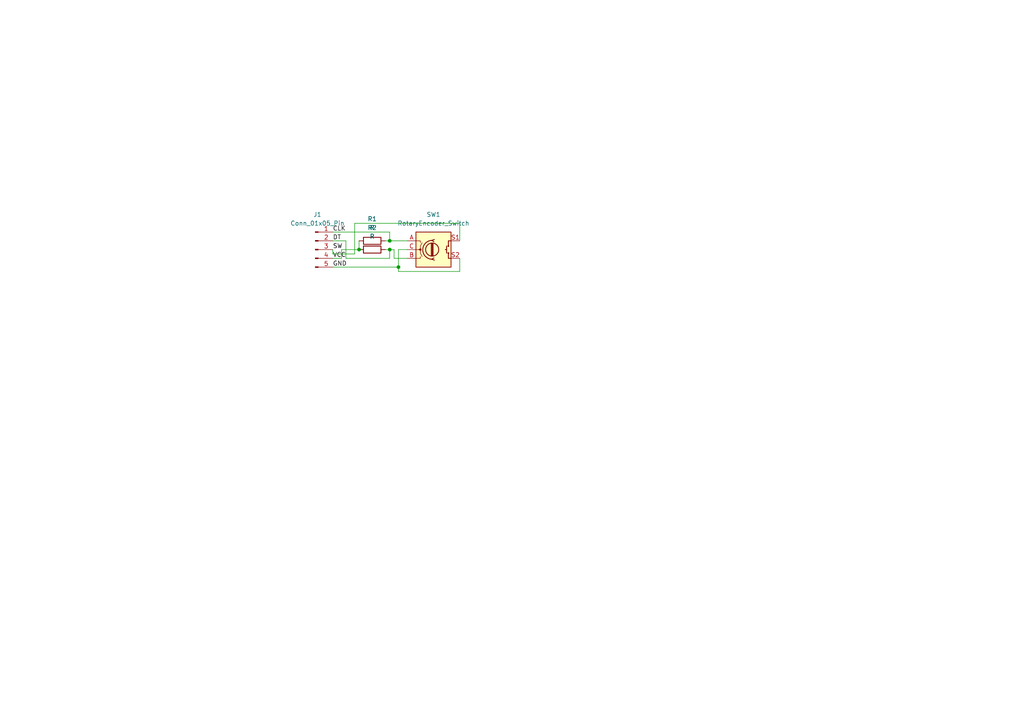
<source format=kicad_sch>
(kicad_sch (version 20231120) (generator "eeschema") (generator_version "8.0")
  (paper "A4")
  (lib_symbols
    (symbol "Connector:Conn_01x05_Pin" (pin_names (offset 1.016) hide)
      (property "Reference" "J" (at 0 7.62 0))
      (property "Value" "Conn_01x05_Pin" (at 0 -7.62 0))
      (symbol "Conn_01x05_Pin_1_1"
        (polyline (pts (xy 1.27 -5.08) (xy 0.8636 -5.08)) (stroke (width 0.1524)))
        (polyline (pts (xy 1.27 -2.54) (xy 0.8636 -2.54)) (stroke (width 0.1524)))
        (polyline (pts (xy 1.27 0) (xy 0.8636 0)) (stroke (width 0.1524)))
        (polyline (pts (xy 1.27 2.54) (xy 0.8636 2.54)) (stroke (width 0.1524)))
        (polyline (pts (xy 1.27 5.08) (xy 0.8636 5.08)) (stroke (width 0.1524)))
        (rectangle (start 0.8636 -4.953) (end 0 -5.207) (stroke (width 0.1524)) (fill (type outline)))
        (rectangle (start 0.8636 -2.413) (end 0 -2.667) (stroke (width 0.1524)) (fill (type outline)))
        (rectangle (start 0.8636 0.127) (end 0 -0.127) (stroke (width 0.1524)) (fill (type outline)))
        (rectangle (start 0.8636 2.667) (end 0 2.413) (stroke (width 0.1524)) (fill (type outline)))
        (rectangle (start 0.8636 5.207) (end 0 4.953) (stroke (width 0.1524)) (fill (type outline)))
        (pin passive line (at 5.08 5.08 180) (length 3.81) (name "Pin_1") (number "1"))
        (pin passive line (at 5.08 2.54 180) (length 3.81) (name "Pin_2") (number "2"))
        (pin passive line (at 5.08 0 180) (length 3.81) (name "Pin_3") (number "3"))
        (pin passive line (at 5.08 -2.54 180) (length 3.81) (name "Pin_4") (number "4"))
        (pin passive line (at 5.08 -5.08 180) (length 3.81) (name "Pin_5") (number "5"))
      )
    )
    (symbol "Device:R" (pin_numbers hide) (pin_names (offset 0))
      (property "Reference" "R" (at 2.032 0 90))
      (property "Value" "R" (at 0 0 90))
      (symbol "R_0_1"
        (rectangle (start -1.016 -2.54) (end 1.016 2.54) (stroke (width 0.254)))
      )
      (symbol "R_1_1"
        (pin passive line (at 0 3.81 270) (length 1.27) (name "~") (number "1"))
        (pin passive line (at 0 -3.81 90) (length 1.27) (name "~") (number "2"))
      )
    )
    (symbol "Device:RotaryEncoder_Switch" (pin_names (offset 0.254) hide)
      (property "Reference" "SW" (at 0 6.604 0))
      (property "Value" "RotaryEncoder_Switch" (at 0 -6.604 0))
      (symbol "RotaryEncoder_Switch_0_1"
        (rectangle (start -5.08 5.08) (end 5.08 -5.08) (stroke (width 0.254)) (fill (type background)))
        (circle (center -3.81 0) (radius 0.254) (fill (type outline)))
        (circle (center -0.381 0) (radius 1.905) (stroke (width 0.254)))
        (arc (start -0.381 2.667) (mid -3.0988 -0.0635) (end -0.381 -2.794) (stroke (width 0.254)))
        (polyline (pts (xy -0.635 -1.778) (xy -0.635 1.778)) (stroke (width 0.254)))
        (polyline (pts (xy -0.381 -1.778) (xy -0.381 1.778)) (stroke (width 0.254)))
        (polyline (pts (xy -0.127 1.778) (xy -0.127 -1.778)) (stroke (width 0.254)))
        (polyline (pts (xy 3.81 0) (xy 3.429 0)) (stroke (width 0.254)))
        (polyline (pts (xy 3.81 1.016) (xy 3.81 -1.016)) (stroke (width 0.254)))
        (polyline (pts (xy -5.08 -2.54) (xy -3.81 -2.54) (xy -3.81 -2.032)))
        (polyline (pts (xy -5.08 2.54) (xy -3.81 2.54) (xy -3.81 2.032)))
        (polyline (pts (xy 0.254 -3.048) (xy -0.508 -2.794) (xy 0.127 -2.413)) (stroke (width 0.254)))
        (polyline (pts (xy 0.254 2.921) (xy -0.508 2.667) (xy 0.127 2.286)) (stroke (width 0.254)))
        (polyline (pts (xy 5.08 -2.54) (xy 4.318 -2.54) (xy 4.318 -1.016)) (stroke (width 0.254)))
        (polyline (pts (xy 5.08 2.54) (xy 4.318 2.54) (xy 4.318 1.016)) (stroke (width 0.254)))
        (polyline (pts (xy -5.08 0) (xy -3.81 0) (xy -3.81 -1.016) (xy -3.302 -2.032)))
        (polyline (pts (xy -4.318 0) (xy -3.81 0) (xy -3.81 1.016) (xy -3.302 2.032)))
        (circle (center 4.318 -1.016) (radius 0.127) (stroke (width 0.254)))
        (circle (center 4.318 1.016) (radius 0.127) (stroke (width 0.254)))
      )
      (symbol "RotaryEncoder_Switch_1_1"
        (pin passive line (at -7.62 2.54 0) (length 2.54) (name "A") (number "A"))
        (pin passive line (at -7.62 -2.54 0) (length 2.54) (name "B") (number "B"))
        (pin passive line (at -7.62 0 0) (length 2.54) (name "C") (number "C"))
        (pin passive line (at 7.62 2.54 180) (length 2.54) (name "S1") (number "S1"))
        (pin passive line (at 7.62 -2.54 180) (length 2.54) (name "S2") (number "S2"))
      )
    )
  )
  (junction (at 113.03 72.39))
  (junction (at 104.14 72.39))
  (junction (at 113.03 69.85))
  (junction (at 115.57 77.47))
  (wire (pts (xy 113.03 74.93) (xy 100.33 74.93)))
  (wire (pts (xy 114.3 72.39) (xy 114.3 74.93)))
  (wire (pts (xy 111.76 72.39) (xy 113.03 72.39)))
  (wire (pts (xy 118.11 72.39) (xy 115.57 72.39)))
  (wire (pts (xy 104.14 69.85) (xy 104.14 72.39)))
  (wire (pts (xy 96.52 77.47) (xy 115.57 77.47)))
  (wire (pts (xy 115.57 72.39) (xy 115.57 77.47)))
  (wire (pts (xy 115.57 78.74) (xy 133.35 78.74)))
  (wire (pts (xy 113.03 69.85) (xy 118.11 69.85)))
  (wire (pts (xy 133.35 74.93) (xy 133.35 78.74)))
  (wire (pts (xy 102.87 73.66) (xy 96.52 73.66)))
  (wire (pts (xy 133.35 64.77) (xy 102.87 64.77)))
  (wire (pts (xy 99.06 74.93) (xy 96.52 74.93)))
  (wire (pts (xy 114.3 74.93) (xy 118.11 74.93)))
  (wire (pts (xy 133.35 69.85) (xy 133.35 64.77)))
  (wire (pts (xy 113.03 72.39) (xy 113.03 74.93)))
  (wire (pts (xy 113.03 72.39) (xy 114.3 72.39)))
  (wire (pts (xy 113.03 67.31) (xy 113.03 69.85)))
  (wire (pts (xy 96.52 73.66) (xy 96.52 72.39)))
  (wire (pts (xy 111.76 69.85) (xy 113.03 69.85)))
  (wire (pts (xy 115.57 77.47) (xy 115.57 78.74)))
  (wire (pts (xy 96.52 69.85) (xy 100.33 69.85)))
  (wire (pts (xy 99.06 72.39) (xy 99.06 74.93)))
  (wire (pts (xy 102.87 64.77) (xy 102.87 73.66)))
  (wire (pts (xy 96.52 67.31) (xy 113.03 67.31)))
  (wire (pts (xy 104.14 72.39) (xy 99.06 72.39)))
  (wire (pts (xy 100.33 74.93) (xy 100.33 69.85)))
  (label "SW" (at 96.52 72.39 0))
  (label "DT" (at 96.52 69.85 0))
  (label "GND" (at 96.52 77.47 0))
  (label "VCC" (at 96.52 74.93 0))
  (label "CLK" (at 96.52 67.31 0))
  (symbol (lib_id "Connector:Conn_01x05_Pin") (at 91.44 72.39 0) (unit 1)
    (property "Reference" "J1" (at 92.075 62.23 0))
    (property "Value" "Conn_01x05_Pin" (at 92.075 64.77 0))
    (property "Footprint" "Connector_PinHeader_2.54mm:PinHeader_1x05_P2.54mm_Vertical" (effects (hide yes)))
  )
  (symbol (lib_id "Device:R") (at 107.95 69.85 90) (unit 1)
    (property "Reference" "R1" (at 107.95 63.5 90))
    (property "Value" "R" (at 107.95 66.04 90))
    (property "Footprint" "Resistor_THT:R_Axial_DIN0411_L9.9mm_D3.6mm_P12.70mm_Horizontal" (effects (hide yes)))
  )
  (symbol (lib_id "Device:R") (at 107.95 72.39 90) (unit 1)
    (property "Reference" "R2" (at 107.95 66.04 90))
    (property "Value" "R" (at 107.95 68.58 90))
    (property "Footprint" "Resistor_THT:R_Axial_DIN0411_L9.9mm_D3.6mm_P12.70mm_Horizontal" (effects (hide yes)))
  )
  (symbol (lib_id "Device:RotaryEncoder_Switch") (at 125.73 72.39 0) (unit 1)
    (property "Reference" "SW1" (at 125.73 62.23 0))
    (property "Value" "RotaryEncoder_Switch" (at 125.73 64.77 0))
    (property "Footprint" "Rotary_Encoder:RotaryEncoder_Alps_EC11E-Switch_Vertical_H20mm" (effects (hide yes)))
  )
)
</source>
